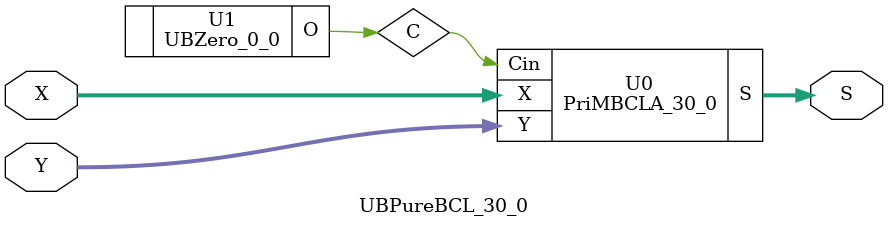
<source format=v>
/*----------------------------------------------------------------------------
  Copyright (c) 2021 Homma laboratory. All rights reserved.

  Top module: UBBCL_30_0_30_0

  Operand-1 length: 31
  Operand-2 length: 31
  Two-operand addition algorithm: Block carry look-ahead adder
----------------------------------------------------------------------------*/

module GPGenerator(Go, Po, A, B);
  output Go;
  output Po;
  input A;
  input B;
  assign Go = A & B;
  assign Po = A ^ B;
endmodule

module BCLAU_4(Go, Po, G, P, Cin);
  output Go;
  output Po;
  input Cin;
  input [3:0] G;
  input [3:0] P;
  assign Po = P[0] & P[1] & P[2] & P[3];
  assign Go = G[3] | ( P[3] & G[2] ) | ( P[3] & P[2] & G[1] ) | ( P[3] & P[2] & P[1] & G[0] );
endmodule

module BCLAlU_4(Go, Po, S, X, Y, Cin);
  output Go;
  output Po;
  output [3:0] S;
  input Cin;
  input [3:0] X;
  input [3:0] Y;
  wire [3:1] C;
  wire [3:0] G;
  wire [3:0] P;
  assign C[1] = G[0] | ( P[0] & Cin );
  assign C[2] = G[1] | ( P[1] & C[1] );
  assign C[3] = G[2] | ( P[2] & C[2] );
  assign S[0] = P[0] ^ Cin;
  assign S[1] = P[1] ^ C[1];
  assign S[2] = P[2] ^ C[2];
  assign S[3] = P[3] ^ C[3];
  GPGenerator U0 (G[0], P[0], X[0], Y[0]);
  GPGenerator U1 (G[1], P[1], X[1], Y[1]);
  GPGenerator U2 (G[2], P[2], X[2], Y[2]);
  GPGenerator U3 (G[3], P[3], X[3], Y[3]);
  BCLAU_4 U4 (Go, Po, G, P, Cin);
endmodule

module BCLAU_3(Go, Po, G, P, Cin);
  output Go;
  output Po;
  input Cin;
  input [2:0] G;
  input [2:0] P;
  assign Po = P[0] & P[1] & P[2];
  assign Go = G[2] | ( P[2] & G[1] ) | ( P[2] & P[1] & G[0] );
endmodule

module BCLAlU_3(Go, Po, S, X, Y, Cin);
  output Go;
  output Po;
  output [2:0] S;
  input Cin;
  input [2:0] X;
  input [2:0] Y;
  wire [2:1] C;
  wire [2:0] G;
  wire [2:0] P;
  assign C[1] = G[0] | ( P[0] & Cin );
  assign C[2] = G[1] | ( P[1] & C[1] );
  assign S[0] = P[0] ^ Cin;
  assign S[1] = P[1] ^ C[1];
  assign S[2] = P[2] ^ C[2];
  GPGenerator U0 (G[0], P[0], X[0], Y[0]);
  GPGenerator U1 (G[1], P[1], X[1], Y[1]);
  GPGenerator U2 (G[2], P[2], X[2], Y[2]);
  BCLAU_3 U3 (Go, Po, G, P, Cin);
endmodule

module PriMBCLA_30_0(S, X, Y, Cin);
  output [31:0] S;
  input Cin;
  input [30:0] X;
  input [30:0] Y;
  wire [7:0] C1;
  wire [1:0] C2;
  wire [7:0] G1;
  wire [1:0] G2;
  wire [7:0] P1;
  wire [1:0] P2;
  assign C1[0] = C2[0];
  assign C1[1] = G1[0] | ( P1[0] & C1[0] );
  assign C1[2] = G1[1] | ( P1[1] & C1[1] );
  assign C1[3] = G1[2] | ( P1[2] & C1[2] );
  assign C1[4] = C2[1];
  assign C1[5] = G1[4] | ( P1[4] & C1[4] );
  assign C1[6] = G1[5] | ( P1[5] & C1[5] );
  assign C1[7] = G1[6] | ( P1[6] & C1[6] );
  assign C2[0] = Cin;
  assign C2[1] = G2[0] | ( P2[0] & C2[0] );
  assign S[31] = G2[1] | ( P2[1] & C2[1] );
  BCLAlU_4 U0 (G1[0], P1[0], S[3:0], X[3:0], Y[3:0], C1[0]);
  BCLAlU_4 U1 (G1[1], P1[1], S[7:4], X[7:4], Y[7:4], C1[1]);
  BCLAlU_4 U2 (G1[2], P1[2], S[11:8], X[11:8], Y[11:8], C1[2]);
  BCLAlU_4 U3 (G1[3], P1[3], S[15:12], X[15:12], Y[15:12], C1[3]);
  BCLAlU_4 U4 (G1[4], P1[4], S[19:16], X[19:16], Y[19:16], C1[4]);
  BCLAlU_4 U5 (G1[5], P1[5], S[23:20], X[23:20], Y[23:20], C1[5]);
  BCLAlU_4 U6 (G1[6], P1[6], S[27:24], X[27:24], Y[27:24], C1[6]);
  BCLAlU_3 U7 (G1[7], P1[7], S[30:28], X[30:28], Y[30:28], C1[7]);
  BCLAU_4 U8 (G2[0], P2[0], G1[3:0], P1[3:0], C2[0]);
  BCLAU_4 U9 (G2[1], P2[1], G1[7:4], P1[7:4], C2[1]);
endmodule

module UBZero_0_0(O);
  output [0:0] O;
  assign O[0] = 0;
endmodule

module UBBCL_30_0_30_0 (S, X, Y);
  output [31:0] S;
  input [30:0] X;
  input [30:0] Y;
  UBPureBCL_30_0 U0 (S[31:0], X[30:0], Y[30:0]);
endmodule

module UBPureBCL_30_0 (S, X, Y);
  output [31:0] S;
  input [30:0] X;
  input [30:0] Y;
  wire C;
  PriMBCLA_30_0 U0 (S, X, Y, C);
  UBZero_0_0 U1 (C);
endmodule


</source>
